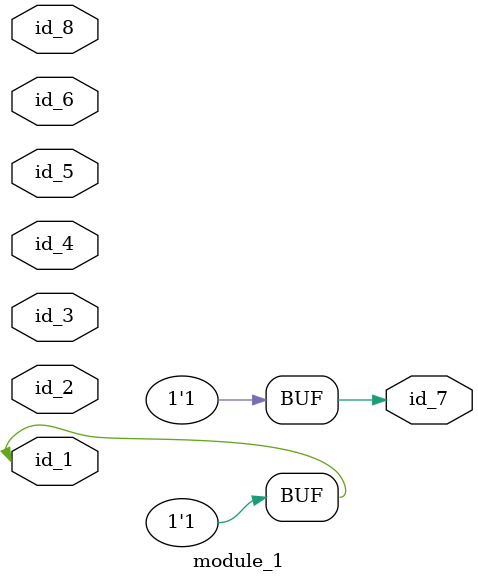
<source format=v>
module module_0;
  wire id_1;
  supply1 id_2;
  tri id_3;
  assign id_2 = 1;
  wire id_4;
  wire id_5;
  wire id_6;
  wire id_7, id_8, id_9, id_10, id_11, id_12, id_13, id_14, id_15, id_16, id_17, id_18, id_19;
  wire id_20;
endmodule
module module_1 (
    id_1,
    id_2,
    id_3,
    id_4,
    id_5,
    id_6,
    id_7,
    id_8
);
  inout wire id_8;
  output wire id_7;
  input wire id_6;
  input wire id_5;
  input wire id_4;
  input wire id_3;
  inout wire id_2;
  inout wire id_1;
  assign id_1 = 1;
  module_0 modCall_1 ();
  assign id_7 = id_1;
endmodule

</source>
